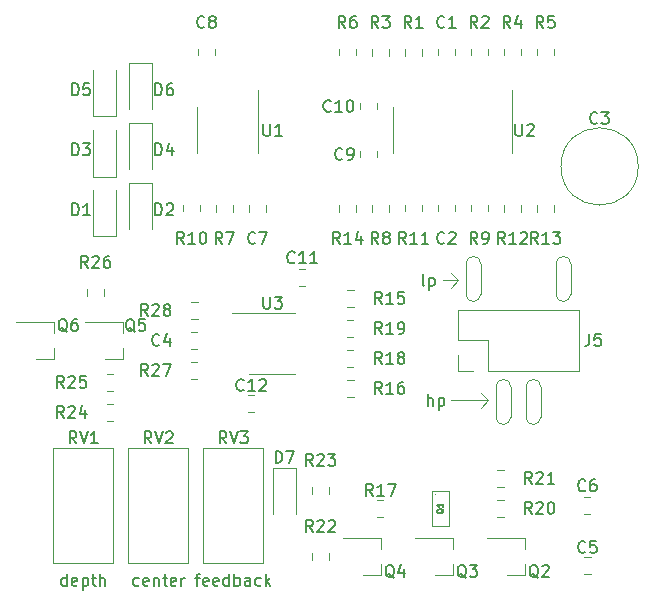
<source format=gbr>
G04 #@! TF.GenerationSoftware,KiCad,Pcbnew,5.1.6-c6e7f7d~87~ubuntu18.04.1*
G04 #@! TF.CreationDate,2020-08-19T17:04:45-04:00*
G04 #@! TF.ProjectId,late_MS20_VCF_plug_in_board,6c617465-5f4d-4533-9230-5f5643465f70,0*
G04 #@! TF.SameCoordinates,Original*
G04 #@! TF.FileFunction,Legend,Top*
G04 #@! TF.FilePolarity,Positive*
%FSLAX46Y46*%
G04 Gerber Fmt 4.6, Leading zero omitted, Abs format (unit mm)*
G04 Created by KiCad (PCBNEW 5.1.6-c6e7f7d~87~ubuntu18.04.1) date 2020-08-19 17:04:45*
%MOMM*%
%LPD*%
G01*
G04 APERTURE LIST*
%ADD10C,0.120000*%
%ADD11C,0.150000*%
%ADD12C,0.125000*%
%ADD13C,0.127000*%
G04 APERTURE END LIST*
D10*
X130810000Y-90170000D02*
X130175000Y-90805000D01*
X130810000Y-90170000D02*
X130175000Y-89535000D01*
X129540000Y-90170000D02*
X130810000Y-90170000D01*
X133350000Y-100330000D02*
X132715000Y-100965000D01*
X133350000Y-100330000D02*
X132715000Y-99695000D01*
X130175000Y-100330000D02*
X133350000Y-100330000D01*
X136525000Y-99187000D02*
G75*
G02*
X137795000Y-99187000I635000J0D01*
G01*
X136525000Y-101727000D02*
X136525000Y-99187000D01*
X137795000Y-101727000D02*
X137795000Y-99187000D01*
X137795000Y-101727000D02*
G75*
G02*
X136525000Y-101727000I-635000J0D01*
G01*
X133985000Y-99187000D02*
G75*
G02*
X135255000Y-99187000I635000J0D01*
G01*
X133985000Y-101727000D02*
X133985000Y-99187000D01*
X135255000Y-101727000D02*
X135255000Y-99187000D01*
X135255000Y-101727000D02*
G75*
G02*
X133985000Y-101727000I-635000J0D01*
G01*
X139065000Y-88773000D02*
G75*
G02*
X140335000Y-88773000I635000J0D01*
G01*
X139065000Y-91313000D02*
X139065000Y-88773000D01*
X140335000Y-91313000D02*
X140335000Y-88773000D01*
X140335000Y-91313000D02*
G75*
G02*
X139065000Y-91313000I-635000J0D01*
G01*
X132715000Y-91313000D02*
X132715000Y-88773000D01*
X132715000Y-91313000D02*
G75*
G02*
X131445000Y-91313000I-635000J0D01*
G01*
X131445000Y-88773000D02*
G75*
G02*
X132715000Y-88773000I635000J0D01*
G01*
X131445000Y-91313000D02*
X131445000Y-88773000D01*
D11*
X127936666Y-90622380D02*
X127841428Y-90574761D01*
X127793809Y-90479523D01*
X127793809Y-89622380D01*
X128317619Y-89955714D02*
X128317619Y-90955714D01*
X128317619Y-90003333D02*
X128412857Y-89955714D01*
X128603333Y-89955714D01*
X128698571Y-90003333D01*
X128746190Y-90050952D01*
X128793809Y-90146190D01*
X128793809Y-90431904D01*
X128746190Y-90527142D01*
X128698571Y-90574761D01*
X128603333Y-90622380D01*
X128412857Y-90622380D01*
X128317619Y-90574761D01*
X128238333Y-100782380D02*
X128238333Y-99782380D01*
X128666904Y-100782380D02*
X128666904Y-100258571D01*
X128619285Y-100163333D01*
X128524047Y-100115714D01*
X128381190Y-100115714D01*
X128285952Y-100163333D01*
X128238333Y-100210952D01*
X129143095Y-100115714D02*
X129143095Y-101115714D01*
X129143095Y-100163333D02*
X129238333Y-100115714D01*
X129428809Y-100115714D01*
X129524047Y-100163333D01*
X129571666Y-100210952D01*
X129619285Y-100306190D01*
X129619285Y-100591904D01*
X129571666Y-100687142D01*
X129524047Y-100734761D01*
X129428809Y-100782380D01*
X129238333Y-100782380D01*
X129143095Y-100734761D01*
X97655238Y-116022380D02*
X97655238Y-115022380D01*
X97655238Y-115974761D02*
X97560000Y-116022380D01*
X97369523Y-116022380D01*
X97274285Y-115974761D01*
X97226666Y-115927142D01*
X97179047Y-115831904D01*
X97179047Y-115546190D01*
X97226666Y-115450952D01*
X97274285Y-115403333D01*
X97369523Y-115355714D01*
X97560000Y-115355714D01*
X97655238Y-115403333D01*
X98512380Y-115974761D02*
X98417142Y-116022380D01*
X98226666Y-116022380D01*
X98131428Y-115974761D01*
X98083809Y-115879523D01*
X98083809Y-115498571D01*
X98131428Y-115403333D01*
X98226666Y-115355714D01*
X98417142Y-115355714D01*
X98512380Y-115403333D01*
X98560000Y-115498571D01*
X98560000Y-115593809D01*
X98083809Y-115689047D01*
X98988571Y-115355714D02*
X98988571Y-116355714D01*
X98988571Y-115403333D02*
X99083809Y-115355714D01*
X99274285Y-115355714D01*
X99369523Y-115403333D01*
X99417142Y-115450952D01*
X99464761Y-115546190D01*
X99464761Y-115831904D01*
X99417142Y-115927142D01*
X99369523Y-115974761D01*
X99274285Y-116022380D01*
X99083809Y-116022380D01*
X98988571Y-115974761D01*
X99750476Y-115355714D02*
X100131428Y-115355714D01*
X99893333Y-115022380D02*
X99893333Y-115879523D01*
X99940952Y-115974761D01*
X100036190Y-116022380D01*
X100131428Y-116022380D01*
X100464761Y-116022380D02*
X100464761Y-115022380D01*
X100893333Y-116022380D02*
X100893333Y-115498571D01*
X100845714Y-115403333D01*
X100750476Y-115355714D01*
X100607619Y-115355714D01*
X100512380Y-115403333D01*
X100464761Y-115450952D01*
X103743333Y-115974761D02*
X103648095Y-116022380D01*
X103457619Y-116022380D01*
X103362380Y-115974761D01*
X103314761Y-115927142D01*
X103267142Y-115831904D01*
X103267142Y-115546190D01*
X103314761Y-115450952D01*
X103362380Y-115403333D01*
X103457619Y-115355714D01*
X103648095Y-115355714D01*
X103743333Y-115403333D01*
X104552857Y-115974761D02*
X104457619Y-116022380D01*
X104267142Y-116022380D01*
X104171904Y-115974761D01*
X104124285Y-115879523D01*
X104124285Y-115498571D01*
X104171904Y-115403333D01*
X104267142Y-115355714D01*
X104457619Y-115355714D01*
X104552857Y-115403333D01*
X104600476Y-115498571D01*
X104600476Y-115593809D01*
X104124285Y-115689047D01*
X105029047Y-115355714D02*
X105029047Y-116022380D01*
X105029047Y-115450952D02*
X105076666Y-115403333D01*
X105171904Y-115355714D01*
X105314761Y-115355714D01*
X105410000Y-115403333D01*
X105457619Y-115498571D01*
X105457619Y-116022380D01*
X105790952Y-115355714D02*
X106171904Y-115355714D01*
X105933809Y-115022380D02*
X105933809Y-115879523D01*
X105981428Y-115974761D01*
X106076666Y-116022380D01*
X106171904Y-116022380D01*
X106886190Y-115974761D02*
X106790952Y-116022380D01*
X106600476Y-116022380D01*
X106505238Y-115974761D01*
X106457619Y-115879523D01*
X106457619Y-115498571D01*
X106505238Y-115403333D01*
X106600476Y-115355714D01*
X106790952Y-115355714D01*
X106886190Y-115403333D01*
X106933809Y-115498571D01*
X106933809Y-115593809D01*
X106457619Y-115689047D01*
X107362380Y-116022380D02*
X107362380Y-115355714D01*
X107362380Y-115546190D02*
X107410000Y-115450952D01*
X107457619Y-115403333D01*
X107552857Y-115355714D01*
X107648095Y-115355714D01*
X108521904Y-115355714D02*
X108902857Y-115355714D01*
X108664761Y-116022380D02*
X108664761Y-115165238D01*
X108712380Y-115070000D01*
X108807619Y-115022380D01*
X108902857Y-115022380D01*
X109617142Y-115974761D02*
X109521904Y-116022380D01*
X109331428Y-116022380D01*
X109236190Y-115974761D01*
X109188571Y-115879523D01*
X109188571Y-115498571D01*
X109236190Y-115403333D01*
X109331428Y-115355714D01*
X109521904Y-115355714D01*
X109617142Y-115403333D01*
X109664761Y-115498571D01*
X109664761Y-115593809D01*
X109188571Y-115689047D01*
X110474285Y-115974761D02*
X110379047Y-116022380D01*
X110188571Y-116022380D01*
X110093333Y-115974761D01*
X110045714Y-115879523D01*
X110045714Y-115498571D01*
X110093333Y-115403333D01*
X110188571Y-115355714D01*
X110379047Y-115355714D01*
X110474285Y-115403333D01*
X110521904Y-115498571D01*
X110521904Y-115593809D01*
X110045714Y-115689047D01*
X111379047Y-116022380D02*
X111379047Y-115022380D01*
X111379047Y-115974761D02*
X111283809Y-116022380D01*
X111093333Y-116022380D01*
X110998095Y-115974761D01*
X110950476Y-115927142D01*
X110902857Y-115831904D01*
X110902857Y-115546190D01*
X110950476Y-115450952D01*
X110998095Y-115403333D01*
X111093333Y-115355714D01*
X111283809Y-115355714D01*
X111379047Y-115403333D01*
X111855238Y-116022380D02*
X111855238Y-115022380D01*
X111855238Y-115403333D02*
X111950476Y-115355714D01*
X112140952Y-115355714D01*
X112236190Y-115403333D01*
X112283809Y-115450952D01*
X112331428Y-115546190D01*
X112331428Y-115831904D01*
X112283809Y-115927142D01*
X112236190Y-115974761D01*
X112140952Y-116022380D01*
X111950476Y-116022380D01*
X111855238Y-115974761D01*
X113188571Y-116022380D02*
X113188571Y-115498571D01*
X113140952Y-115403333D01*
X113045714Y-115355714D01*
X112855238Y-115355714D01*
X112760000Y-115403333D01*
X113188571Y-115974761D02*
X113093333Y-116022380D01*
X112855238Y-116022380D01*
X112760000Y-115974761D01*
X112712380Y-115879523D01*
X112712380Y-115784285D01*
X112760000Y-115689047D01*
X112855238Y-115641428D01*
X113093333Y-115641428D01*
X113188571Y-115593809D01*
X114093333Y-115974761D02*
X113998095Y-116022380D01*
X113807619Y-116022380D01*
X113712380Y-115974761D01*
X113664761Y-115927142D01*
X113617142Y-115831904D01*
X113617142Y-115546190D01*
X113664761Y-115450952D01*
X113712380Y-115403333D01*
X113807619Y-115355714D01*
X113998095Y-115355714D01*
X114093333Y-115403333D01*
X114521904Y-116022380D02*
X114521904Y-115022380D01*
X114617142Y-115641428D02*
X114902857Y-116022380D01*
X114902857Y-115355714D02*
X114521904Y-115736666D01*
D10*
X108728252Y-93420000D02*
X108205748Y-93420000D01*
X108728252Y-92000000D02*
X108205748Y-92000000D01*
X108719252Y-98500000D02*
X108196748Y-98500000D01*
X108719252Y-97080000D02*
X108196748Y-97080000D01*
X99366000Y-91456252D02*
X99366000Y-90933748D01*
X100786000Y-91456252D02*
X100786000Y-90933748D01*
X101075748Y-98096000D02*
X101598252Y-98096000D01*
X101075748Y-99516000D02*
X101598252Y-99516000D01*
X101075748Y-100636000D02*
X101598252Y-100636000D01*
X101075748Y-102056000D02*
X101598252Y-102056000D01*
X120702000Y-84344252D02*
X120702000Y-83821748D01*
X122122000Y-84344252D02*
X122122000Y-83821748D01*
X137466000Y-84344252D02*
X137466000Y-83821748D01*
X138886000Y-84344252D02*
X138886000Y-83821748D01*
X136092000Y-83812748D02*
X136092000Y-84335252D01*
X134672000Y-83812748D02*
X134672000Y-84335252D01*
X126290000Y-84326252D02*
X126290000Y-83803748D01*
X127710000Y-84326252D02*
X127710000Y-83803748D01*
X108914000Y-83803748D02*
X108914000Y-84326252D01*
X107494000Y-83803748D02*
X107494000Y-84326252D01*
X133298000Y-83803748D02*
X133298000Y-84326252D01*
X131878000Y-83803748D02*
X131878000Y-84326252D01*
X123496000Y-84344252D02*
X123496000Y-83821748D01*
X124916000Y-84344252D02*
X124916000Y-83821748D01*
X111708000Y-83821748D02*
X111708000Y-84344252D01*
X110288000Y-83821748D02*
X110288000Y-84344252D01*
X122122000Y-70595748D02*
X122122000Y-71118252D01*
X120702000Y-70595748D02*
X120702000Y-71118252D01*
X138886000Y-70595748D02*
X138886000Y-71118252D01*
X137466000Y-70595748D02*
X137466000Y-71118252D01*
X134672000Y-71118252D02*
X134672000Y-70595748D01*
X136092000Y-71118252D02*
X136092000Y-70595748D01*
X123496000Y-71136252D02*
X123496000Y-70613748D01*
X124916000Y-71136252D02*
X124916000Y-70613748D01*
X131878000Y-71118252D02*
X131878000Y-70595748D01*
X133298000Y-71118252D02*
X133298000Y-70595748D01*
X126290000Y-71136252D02*
X126290000Y-70613748D01*
X127710000Y-71136252D02*
X127710000Y-70613748D01*
X115062000Y-98064000D02*
X117012000Y-98064000D01*
X115062000Y-98064000D02*
X113112000Y-98064000D01*
X115062000Y-92944000D02*
X117012000Y-92944000D01*
X115062000Y-92944000D02*
X111612000Y-92944000D01*
X125242000Y-77470000D02*
X125242000Y-79420000D01*
X125242000Y-77470000D02*
X125242000Y-75520000D01*
X135362000Y-77470000D02*
X135362000Y-79420000D01*
X135362000Y-77470000D02*
X135362000Y-74020000D01*
X108692000Y-77470000D02*
X108692000Y-79420000D01*
X108692000Y-77470000D02*
X108692000Y-75520000D01*
X113812000Y-77470000D02*
X113812000Y-79420000D01*
X113812000Y-77470000D02*
X113812000Y-74020000D01*
X114290000Y-104335000D02*
X114290000Y-114105000D01*
X109220000Y-104335000D02*
X109220000Y-114105000D01*
X114290000Y-104335000D02*
X109220000Y-104335000D01*
X114290000Y-114105000D02*
X109220000Y-114105000D01*
X107940000Y-104335000D02*
X107940000Y-114105000D01*
X102870000Y-104335000D02*
X102870000Y-114105000D01*
X107940000Y-104335000D02*
X102870000Y-104335000D01*
X107940000Y-114105000D02*
X102870000Y-114105000D01*
X101590000Y-104335000D02*
X101590000Y-114105000D01*
X96520000Y-104335000D02*
X96520000Y-114105000D01*
X101590000Y-104335000D02*
X96520000Y-104335000D01*
X101590000Y-114105000D02*
X96520000Y-114105000D01*
X118416000Y-108220252D02*
X118416000Y-107697748D01*
X119836000Y-108220252D02*
X119836000Y-107697748D01*
X118416000Y-113808252D02*
X118416000Y-113285748D01*
X119836000Y-113808252D02*
X119836000Y-113285748D01*
X134636252Y-107644000D02*
X134113748Y-107644000D01*
X134636252Y-106224000D02*
X134113748Y-106224000D01*
X134636252Y-110184000D02*
X134113748Y-110184000D01*
X134636252Y-108764000D02*
X134113748Y-108764000D01*
X121395748Y-93524000D02*
X121918252Y-93524000D01*
X121395748Y-94944000D02*
X121918252Y-94944000D01*
X121395748Y-96064000D02*
X121918252Y-96064000D01*
X121395748Y-97484000D02*
X121918252Y-97484000D01*
X123935748Y-108764000D02*
X124458252Y-108764000D01*
X123935748Y-110184000D02*
X124458252Y-110184000D01*
X121936252Y-100024000D02*
X121413748Y-100024000D01*
X121936252Y-98604000D02*
X121413748Y-98604000D01*
X121413748Y-90984000D02*
X121936252Y-90984000D01*
X121413748Y-92404000D02*
X121936252Y-92404000D01*
X96542000Y-96830000D02*
X96542000Y-95900000D01*
X96542000Y-93670000D02*
X96542000Y-94600000D01*
X96542000Y-93670000D02*
X93382000Y-93670000D01*
X96542000Y-96830000D02*
X95082000Y-96830000D01*
X102384000Y-96830000D02*
X102384000Y-95900000D01*
X102384000Y-93670000D02*
X102384000Y-94600000D01*
X102384000Y-93670000D02*
X99224000Y-93670000D01*
X102384000Y-96830000D02*
X100924000Y-96830000D01*
X124228000Y-115118000D02*
X124228000Y-114188000D01*
X124228000Y-111958000D02*
X124228000Y-112888000D01*
X124228000Y-111958000D02*
X121068000Y-111958000D01*
X124228000Y-115118000D02*
X122768000Y-115118000D01*
X130324000Y-115118000D02*
X130324000Y-114188000D01*
X130324000Y-111958000D02*
X130324000Y-112888000D01*
X130324000Y-111958000D02*
X127164000Y-111958000D01*
X130324000Y-115118000D02*
X128864000Y-115118000D01*
X136420000Y-115118000D02*
X136420000Y-114188000D01*
X136420000Y-111958000D02*
X136420000Y-112888000D01*
X136420000Y-111958000D02*
X133260000Y-111958000D01*
X136420000Y-115118000D02*
X134960000Y-115118000D01*
D12*
X128886000Y-108324000D02*
G75*
G03*
X128886000Y-108324000I-50000J0D01*
G01*
X130036000Y-108024000D02*
X130036000Y-110924000D01*
X130036000Y-110924000D02*
X128536000Y-110924000D01*
X128536000Y-110924000D02*
X128536000Y-108024000D01*
X128536000Y-108024000D02*
X130036000Y-108024000D01*
D10*
X141030000Y-97850000D02*
X141030000Y-92650000D01*
X133350000Y-97850000D02*
X141030000Y-97850000D01*
X130750000Y-92650000D02*
X141030000Y-92650000D01*
X133350000Y-97850000D02*
X133350000Y-95250000D01*
X133350000Y-95250000D02*
X130750000Y-95250000D01*
X130750000Y-95250000D02*
X130750000Y-92650000D01*
X132080000Y-97850000D02*
X130750000Y-97850000D01*
X130750000Y-97850000D02*
X130750000Y-96520000D01*
X117078000Y-106082000D02*
X115078000Y-106082000D01*
X115078000Y-106082000D02*
X115078000Y-109982000D01*
X117078000Y-106082000D02*
X117078000Y-109982000D01*
X104886000Y-71792000D02*
X102886000Y-71792000D01*
X102886000Y-71792000D02*
X102886000Y-75692000D01*
X104886000Y-71792000D02*
X104886000Y-75692000D01*
X99838000Y-76290000D02*
X101838000Y-76290000D01*
X101838000Y-76290000D02*
X101838000Y-72390000D01*
X99838000Y-76290000D02*
X99838000Y-72390000D01*
X104886000Y-76872000D02*
X102886000Y-76872000D01*
X102886000Y-76872000D02*
X102886000Y-80772000D01*
X104886000Y-76872000D02*
X104886000Y-80772000D01*
X99838000Y-81372000D02*
X101838000Y-81372000D01*
X101838000Y-81372000D02*
X101838000Y-77472000D01*
X99838000Y-81372000D02*
X99838000Y-77472000D01*
X104886000Y-81952000D02*
X102886000Y-81952000D01*
X102886000Y-81952000D02*
X102886000Y-85852000D01*
X104886000Y-81952000D02*
X104886000Y-85852000D01*
X99838000Y-86450000D02*
X101838000Y-86450000D01*
X101838000Y-86450000D02*
X101838000Y-82550000D01*
X99838000Y-86450000D02*
X99838000Y-82550000D01*
X113013748Y-99874000D02*
X113536252Y-99874000D01*
X113013748Y-101294000D02*
X113536252Y-101294000D01*
X117331748Y-89206000D02*
X117854252Y-89206000D01*
X117331748Y-90626000D02*
X117854252Y-90626000D01*
X123900000Y-75167748D02*
X123900000Y-75690252D01*
X122480000Y-75167748D02*
X122480000Y-75690252D01*
X123900000Y-79231748D02*
X123900000Y-79754252D01*
X122480000Y-79231748D02*
X122480000Y-79754252D01*
X110184000Y-70595748D02*
X110184000Y-71118252D01*
X108764000Y-70595748D02*
X108764000Y-71118252D01*
X114502000Y-83812748D02*
X114502000Y-84335252D01*
X113082000Y-83812748D02*
X113082000Y-84335252D01*
X141461748Y-108510000D02*
X141984252Y-108510000D01*
X141461748Y-109930000D02*
X141984252Y-109930000D01*
X142002252Y-115010000D02*
X141479748Y-115010000D01*
X142002252Y-113590000D02*
X141479748Y-113590000D01*
X108187748Y-94540000D02*
X108710252Y-94540000D01*
X108187748Y-95960000D02*
X108710252Y-95960000D01*
X146038000Y-80518000D02*
G75*
G03*
X146038000Y-80518000I-3270000J0D01*
G01*
X130504000Y-83803748D02*
X130504000Y-84326252D01*
X129084000Y-83803748D02*
X129084000Y-84326252D01*
X129084000Y-71118252D02*
X129084000Y-70595748D01*
X130504000Y-71118252D02*
X130504000Y-70595748D01*
D11*
X104513142Y-93162380D02*
X104179809Y-92686190D01*
X103941714Y-93162380D02*
X103941714Y-92162380D01*
X104322666Y-92162380D01*
X104417904Y-92210000D01*
X104465523Y-92257619D01*
X104513142Y-92352857D01*
X104513142Y-92495714D01*
X104465523Y-92590952D01*
X104417904Y-92638571D01*
X104322666Y-92686190D01*
X103941714Y-92686190D01*
X104894095Y-92257619D02*
X104941714Y-92210000D01*
X105036952Y-92162380D01*
X105275047Y-92162380D01*
X105370285Y-92210000D01*
X105417904Y-92257619D01*
X105465523Y-92352857D01*
X105465523Y-92448095D01*
X105417904Y-92590952D01*
X104846476Y-93162380D01*
X105465523Y-93162380D01*
X106036952Y-92590952D02*
X105941714Y-92543333D01*
X105894095Y-92495714D01*
X105846476Y-92400476D01*
X105846476Y-92352857D01*
X105894095Y-92257619D01*
X105941714Y-92210000D01*
X106036952Y-92162380D01*
X106227428Y-92162380D01*
X106322666Y-92210000D01*
X106370285Y-92257619D01*
X106417904Y-92352857D01*
X106417904Y-92400476D01*
X106370285Y-92495714D01*
X106322666Y-92543333D01*
X106227428Y-92590952D01*
X106036952Y-92590952D01*
X105941714Y-92638571D01*
X105894095Y-92686190D01*
X105846476Y-92781428D01*
X105846476Y-92971904D01*
X105894095Y-93067142D01*
X105941714Y-93114761D01*
X106036952Y-93162380D01*
X106227428Y-93162380D01*
X106322666Y-93114761D01*
X106370285Y-93067142D01*
X106417904Y-92971904D01*
X106417904Y-92781428D01*
X106370285Y-92686190D01*
X106322666Y-92638571D01*
X106227428Y-92590952D01*
X104513142Y-98242380D02*
X104179809Y-97766190D01*
X103941714Y-98242380D02*
X103941714Y-97242380D01*
X104322666Y-97242380D01*
X104417904Y-97290000D01*
X104465523Y-97337619D01*
X104513142Y-97432857D01*
X104513142Y-97575714D01*
X104465523Y-97670952D01*
X104417904Y-97718571D01*
X104322666Y-97766190D01*
X103941714Y-97766190D01*
X104894095Y-97337619D02*
X104941714Y-97290000D01*
X105036952Y-97242380D01*
X105275047Y-97242380D01*
X105370285Y-97290000D01*
X105417904Y-97337619D01*
X105465523Y-97432857D01*
X105465523Y-97528095D01*
X105417904Y-97670952D01*
X104846476Y-98242380D01*
X105465523Y-98242380D01*
X105798857Y-97242380D02*
X106465523Y-97242380D01*
X106036952Y-98242380D01*
X99433142Y-89098380D02*
X99099809Y-88622190D01*
X98861714Y-89098380D02*
X98861714Y-88098380D01*
X99242666Y-88098380D01*
X99337904Y-88146000D01*
X99385523Y-88193619D01*
X99433142Y-88288857D01*
X99433142Y-88431714D01*
X99385523Y-88526952D01*
X99337904Y-88574571D01*
X99242666Y-88622190D01*
X98861714Y-88622190D01*
X99814095Y-88193619D02*
X99861714Y-88146000D01*
X99956952Y-88098380D01*
X100195047Y-88098380D01*
X100290285Y-88146000D01*
X100337904Y-88193619D01*
X100385523Y-88288857D01*
X100385523Y-88384095D01*
X100337904Y-88526952D01*
X99766476Y-89098380D01*
X100385523Y-89098380D01*
X101242666Y-88098380D02*
X101052190Y-88098380D01*
X100956952Y-88146000D01*
X100909333Y-88193619D01*
X100814095Y-88336476D01*
X100766476Y-88526952D01*
X100766476Y-88907904D01*
X100814095Y-89003142D01*
X100861714Y-89050761D01*
X100956952Y-89098380D01*
X101147428Y-89098380D01*
X101242666Y-89050761D01*
X101290285Y-89003142D01*
X101337904Y-88907904D01*
X101337904Y-88669809D01*
X101290285Y-88574571D01*
X101242666Y-88526952D01*
X101147428Y-88479333D01*
X100956952Y-88479333D01*
X100861714Y-88526952D01*
X100814095Y-88574571D01*
X100766476Y-88669809D01*
X97401142Y-99258380D02*
X97067809Y-98782190D01*
X96829714Y-99258380D02*
X96829714Y-98258380D01*
X97210666Y-98258380D01*
X97305904Y-98306000D01*
X97353523Y-98353619D01*
X97401142Y-98448857D01*
X97401142Y-98591714D01*
X97353523Y-98686952D01*
X97305904Y-98734571D01*
X97210666Y-98782190D01*
X96829714Y-98782190D01*
X97782095Y-98353619D02*
X97829714Y-98306000D01*
X97924952Y-98258380D01*
X98163047Y-98258380D01*
X98258285Y-98306000D01*
X98305904Y-98353619D01*
X98353523Y-98448857D01*
X98353523Y-98544095D01*
X98305904Y-98686952D01*
X97734476Y-99258380D01*
X98353523Y-99258380D01*
X99258285Y-98258380D02*
X98782095Y-98258380D01*
X98734476Y-98734571D01*
X98782095Y-98686952D01*
X98877333Y-98639333D01*
X99115428Y-98639333D01*
X99210666Y-98686952D01*
X99258285Y-98734571D01*
X99305904Y-98829809D01*
X99305904Y-99067904D01*
X99258285Y-99163142D01*
X99210666Y-99210761D01*
X99115428Y-99258380D01*
X98877333Y-99258380D01*
X98782095Y-99210761D01*
X98734476Y-99163142D01*
X97401142Y-101798380D02*
X97067809Y-101322190D01*
X96829714Y-101798380D02*
X96829714Y-100798380D01*
X97210666Y-100798380D01*
X97305904Y-100846000D01*
X97353523Y-100893619D01*
X97401142Y-100988857D01*
X97401142Y-101131714D01*
X97353523Y-101226952D01*
X97305904Y-101274571D01*
X97210666Y-101322190D01*
X96829714Y-101322190D01*
X97782095Y-100893619D02*
X97829714Y-100846000D01*
X97924952Y-100798380D01*
X98163047Y-100798380D01*
X98258285Y-100846000D01*
X98305904Y-100893619D01*
X98353523Y-100988857D01*
X98353523Y-101084095D01*
X98305904Y-101226952D01*
X97734476Y-101798380D01*
X98353523Y-101798380D01*
X99210666Y-101131714D02*
X99210666Y-101798380D01*
X98972571Y-100750761D02*
X98734476Y-101465047D01*
X99353523Y-101465047D01*
X120769142Y-87066380D02*
X120435809Y-86590190D01*
X120197714Y-87066380D02*
X120197714Y-86066380D01*
X120578666Y-86066380D01*
X120673904Y-86114000D01*
X120721523Y-86161619D01*
X120769142Y-86256857D01*
X120769142Y-86399714D01*
X120721523Y-86494952D01*
X120673904Y-86542571D01*
X120578666Y-86590190D01*
X120197714Y-86590190D01*
X121721523Y-87066380D02*
X121150095Y-87066380D01*
X121435809Y-87066380D02*
X121435809Y-86066380D01*
X121340571Y-86209238D01*
X121245333Y-86304476D01*
X121150095Y-86352095D01*
X122578666Y-86399714D02*
X122578666Y-87066380D01*
X122340571Y-86018761D02*
X122102476Y-86733047D01*
X122721523Y-86733047D01*
X137533142Y-87066380D02*
X137199809Y-86590190D01*
X136961714Y-87066380D02*
X136961714Y-86066380D01*
X137342666Y-86066380D01*
X137437904Y-86114000D01*
X137485523Y-86161619D01*
X137533142Y-86256857D01*
X137533142Y-86399714D01*
X137485523Y-86494952D01*
X137437904Y-86542571D01*
X137342666Y-86590190D01*
X136961714Y-86590190D01*
X138485523Y-87066380D02*
X137914095Y-87066380D01*
X138199809Y-87066380D02*
X138199809Y-86066380D01*
X138104571Y-86209238D01*
X138009333Y-86304476D01*
X137914095Y-86352095D01*
X138818857Y-86066380D02*
X139437904Y-86066380D01*
X139104571Y-86447333D01*
X139247428Y-86447333D01*
X139342666Y-86494952D01*
X139390285Y-86542571D01*
X139437904Y-86637809D01*
X139437904Y-86875904D01*
X139390285Y-86971142D01*
X139342666Y-87018761D01*
X139247428Y-87066380D01*
X138961714Y-87066380D01*
X138866476Y-87018761D01*
X138818857Y-86971142D01*
X134739142Y-87066380D02*
X134405809Y-86590190D01*
X134167714Y-87066380D02*
X134167714Y-86066380D01*
X134548666Y-86066380D01*
X134643904Y-86114000D01*
X134691523Y-86161619D01*
X134739142Y-86256857D01*
X134739142Y-86399714D01*
X134691523Y-86494952D01*
X134643904Y-86542571D01*
X134548666Y-86590190D01*
X134167714Y-86590190D01*
X135691523Y-87066380D02*
X135120095Y-87066380D01*
X135405809Y-87066380D02*
X135405809Y-86066380D01*
X135310571Y-86209238D01*
X135215333Y-86304476D01*
X135120095Y-86352095D01*
X136072476Y-86161619D02*
X136120095Y-86114000D01*
X136215333Y-86066380D01*
X136453428Y-86066380D01*
X136548666Y-86114000D01*
X136596285Y-86161619D01*
X136643904Y-86256857D01*
X136643904Y-86352095D01*
X136596285Y-86494952D01*
X136024857Y-87066380D01*
X136643904Y-87066380D01*
X126357142Y-87066380D02*
X126023809Y-86590190D01*
X125785714Y-87066380D02*
X125785714Y-86066380D01*
X126166666Y-86066380D01*
X126261904Y-86114000D01*
X126309523Y-86161619D01*
X126357142Y-86256857D01*
X126357142Y-86399714D01*
X126309523Y-86494952D01*
X126261904Y-86542571D01*
X126166666Y-86590190D01*
X125785714Y-86590190D01*
X127309523Y-87066380D02*
X126738095Y-87066380D01*
X127023809Y-87066380D02*
X127023809Y-86066380D01*
X126928571Y-86209238D01*
X126833333Y-86304476D01*
X126738095Y-86352095D01*
X128261904Y-87066380D02*
X127690476Y-87066380D01*
X127976190Y-87066380D02*
X127976190Y-86066380D01*
X127880952Y-86209238D01*
X127785714Y-86304476D01*
X127690476Y-86352095D01*
X107561142Y-87066380D02*
X107227809Y-86590190D01*
X106989714Y-87066380D02*
X106989714Y-86066380D01*
X107370666Y-86066380D01*
X107465904Y-86114000D01*
X107513523Y-86161619D01*
X107561142Y-86256857D01*
X107561142Y-86399714D01*
X107513523Y-86494952D01*
X107465904Y-86542571D01*
X107370666Y-86590190D01*
X106989714Y-86590190D01*
X108513523Y-87066380D02*
X107942095Y-87066380D01*
X108227809Y-87066380D02*
X108227809Y-86066380D01*
X108132571Y-86209238D01*
X108037333Y-86304476D01*
X107942095Y-86352095D01*
X109132571Y-86066380D02*
X109227809Y-86066380D01*
X109323047Y-86114000D01*
X109370666Y-86161619D01*
X109418285Y-86256857D01*
X109465904Y-86447333D01*
X109465904Y-86685428D01*
X109418285Y-86875904D01*
X109370666Y-86971142D01*
X109323047Y-87018761D01*
X109227809Y-87066380D01*
X109132571Y-87066380D01*
X109037333Y-87018761D01*
X108989714Y-86971142D01*
X108942095Y-86875904D01*
X108894476Y-86685428D01*
X108894476Y-86447333D01*
X108942095Y-86256857D01*
X108989714Y-86161619D01*
X109037333Y-86114000D01*
X109132571Y-86066380D01*
X132421333Y-87066380D02*
X132088000Y-86590190D01*
X131849904Y-87066380D02*
X131849904Y-86066380D01*
X132230857Y-86066380D01*
X132326095Y-86114000D01*
X132373714Y-86161619D01*
X132421333Y-86256857D01*
X132421333Y-86399714D01*
X132373714Y-86494952D01*
X132326095Y-86542571D01*
X132230857Y-86590190D01*
X131849904Y-86590190D01*
X132897523Y-87066380D02*
X133088000Y-87066380D01*
X133183238Y-87018761D01*
X133230857Y-86971142D01*
X133326095Y-86828285D01*
X133373714Y-86637809D01*
X133373714Y-86256857D01*
X133326095Y-86161619D01*
X133278476Y-86114000D01*
X133183238Y-86066380D01*
X132992761Y-86066380D01*
X132897523Y-86114000D01*
X132849904Y-86161619D01*
X132802285Y-86256857D01*
X132802285Y-86494952D01*
X132849904Y-86590190D01*
X132897523Y-86637809D01*
X132992761Y-86685428D01*
X133183238Y-86685428D01*
X133278476Y-86637809D01*
X133326095Y-86590190D01*
X133373714Y-86494952D01*
X124039333Y-87066380D02*
X123706000Y-86590190D01*
X123467904Y-87066380D02*
X123467904Y-86066380D01*
X123848857Y-86066380D01*
X123944095Y-86114000D01*
X123991714Y-86161619D01*
X124039333Y-86256857D01*
X124039333Y-86399714D01*
X123991714Y-86494952D01*
X123944095Y-86542571D01*
X123848857Y-86590190D01*
X123467904Y-86590190D01*
X124610761Y-86494952D02*
X124515523Y-86447333D01*
X124467904Y-86399714D01*
X124420285Y-86304476D01*
X124420285Y-86256857D01*
X124467904Y-86161619D01*
X124515523Y-86114000D01*
X124610761Y-86066380D01*
X124801238Y-86066380D01*
X124896476Y-86114000D01*
X124944095Y-86161619D01*
X124991714Y-86256857D01*
X124991714Y-86304476D01*
X124944095Y-86399714D01*
X124896476Y-86447333D01*
X124801238Y-86494952D01*
X124610761Y-86494952D01*
X124515523Y-86542571D01*
X124467904Y-86590190D01*
X124420285Y-86685428D01*
X124420285Y-86875904D01*
X124467904Y-86971142D01*
X124515523Y-87018761D01*
X124610761Y-87066380D01*
X124801238Y-87066380D01*
X124896476Y-87018761D01*
X124944095Y-86971142D01*
X124991714Y-86875904D01*
X124991714Y-86685428D01*
X124944095Y-86590190D01*
X124896476Y-86542571D01*
X124801238Y-86494952D01*
X110831333Y-87066380D02*
X110498000Y-86590190D01*
X110259904Y-87066380D02*
X110259904Y-86066380D01*
X110640857Y-86066380D01*
X110736095Y-86114000D01*
X110783714Y-86161619D01*
X110831333Y-86256857D01*
X110831333Y-86399714D01*
X110783714Y-86494952D01*
X110736095Y-86542571D01*
X110640857Y-86590190D01*
X110259904Y-86590190D01*
X111164666Y-86066380D02*
X111831333Y-86066380D01*
X111402761Y-87066380D01*
X121245333Y-68778380D02*
X120912000Y-68302190D01*
X120673904Y-68778380D02*
X120673904Y-67778380D01*
X121054857Y-67778380D01*
X121150095Y-67826000D01*
X121197714Y-67873619D01*
X121245333Y-67968857D01*
X121245333Y-68111714D01*
X121197714Y-68206952D01*
X121150095Y-68254571D01*
X121054857Y-68302190D01*
X120673904Y-68302190D01*
X122102476Y-67778380D02*
X121912000Y-67778380D01*
X121816761Y-67826000D01*
X121769142Y-67873619D01*
X121673904Y-68016476D01*
X121626285Y-68206952D01*
X121626285Y-68587904D01*
X121673904Y-68683142D01*
X121721523Y-68730761D01*
X121816761Y-68778380D01*
X122007238Y-68778380D01*
X122102476Y-68730761D01*
X122150095Y-68683142D01*
X122197714Y-68587904D01*
X122197714Y-68349809D01*
X122150095Y-68254571D01*
X122102476Y-68206952D01*
X122007238Y-68159333D01*
X121816761Y-68159333D01*
X121721523Y-68206952D01*
X121673904Y-68254571D01*
X121626285Y-68349809D01*
X138009333Y-68778380D02*
X137676000Y-68302190D01*
X137437904Y-68778380D02*
X137437904Y-67778380D01*
X137818857Y-67778380D01*
X137914095Y-67826000D01*
X137961714Y-67873619D01*
X138009333Y-67968857D01*
X138009333Y-68111714D01*
X137961714Y-68206952D01*
X137914095Y-68254571D01*
X137818857Y-68302190D01*
X137437904Y-68302190D01*
X138914095Y-67778380D02*
X138437904Y-67778380D01*
X138390285Y-68254571D01*
X138437904Y-68206952D01*
X138533142Y-68159333D01*
X138771238Y-68159333D01*
X138866476Y-68206952D01*
X138914095Y-68254571D01*
X138961714Y-68349809D01*
X138961714Y-68587904D01*
X138914095Y-68683142D01*
X138866476Y-68730761D01*
X138771238Y-68778380D01*
X138533142Y-68778380D01*
X138437904Y-68730761D01*
X138390285Y-68683142D01*
X135215333Y-68778380D02*
X134882000Y-68302190D01*
X134643904Y-68778380D02*
X134643904Y-67778380D01*
X135024857Y-67778380D01*
X135120095Y-67826000D01*
X135167714Y-67873619D01*
X135215333Y-67968857D01*
X135215333Y-68111714D01*
X135167714Y-68206952D01*
X135120095Y-68254571D01*
X135024857Y-68302190D01*
X134643904Y-68302190D01*
X136072476Y-68111714D02*
X136072476Y-68778380D01*
X135834380Y-67730761D02*
X135596285Y-68445047D01*
X136215333Y-68445047D01*
X124039333Y-68778380D02*
X123706000Y-68302190D01*
X123467904Y-68778380D02*
X123467904Y-67778380D01*
X123848857Y-67778380D01*
X123944095Y-67826000D01*
X123991714Y-67873619D01*
X124039333Y-67968857D01*
X124039333Y-68111714D01*
X123991714Y-68206952D01*
X123944095Y-68254571D01*
X123848857Y-68302190D01*
X123467904Y-68302190D01*
X124372666Y-67778380D02*
X124991714Y-67778380D01*
X124658380Y-68159333D01*
X124801238Y-68159333D01*
X124896476Y-68206952D01*
X124944095Y-68254571D01*
X124991714Y-68349809D01*
X124991714Y-68587904D01*
X124944095Y-68683142D01*
X124896476Y-68730761D01*
X124801238Y-68778380D01*
X124515523Y-68778380D01*
X124420285Y-68730761D01*
X124372666Y-68683142D01*
X132421333Y-68778380D02*
X132088000Y-68302190D01*
X131849904Y-68778380D02*
X131849904Y-67778380D01*
X132230857Y-67778380D01*
X132326095Y-67826000D01*
X132373714Y-67873619D01*
X132421333Y-67968857D01*
X132421333Y-68111714D01*
X132373714Y-68206952D01*
X132326095Y-68254571D01*
X132230857Y-68302190D01*
X131849904Y-68302190D01*
X132802285Y-67873619D02*
X132849904Y-67826000D01*
X132945142Y-67778380D01*
X133183238Y-67778380D01*
X133278476Y-67826000D01*
X133326095Y-67873619D01*
X133373714Y-67968857D01*
X133373714Y-68064095D01*
X133326095Y-68206952D01*
X132754666Y-68778380D01*
X133373714Y-68778380D01*
X126833333Y-68778380D02*
X126500000Y-68302190D01*
X126261904Y-68778380D02*
X126261904Y-67778380D01*
X126642857Y-67778380D01*
X126738095Y-67826000D01*
X126785714Y-67873619D01*
X126833333Y-67968857D01*
X126833333Y-68111714D01*
X126785714Y-68206952D01*
X126738095Y-68254571D01*
X126642857Y-68302190D01*
X126261904Y-68302190D01*
X127785714Y-68778380D02*
X127214285Y-68778380D01*
X127500000Y-68778380D02*
X127500000Y-67778380D01*
X127404761Y-67921238D01*
X127309523Y-68016476D01*
X127214285Y-68064095D01*
X114300095Y-91556380D02*
X114300095Y-92365904D01*
X114347714Y-92461142D01*
X114395333Y-92508761D01*
X114490571Y-92556380D01*
X114681047Y-92556380D01*
X114776285Y-92508761D01*
X114823904Y-92461142D01*
X114871523Y-92365904D01*
X114871523Y-91556380D01*
X115252476Y-91556380D02*
X115871523Y-91556380D01*
X115538190Y-91937333D01*
X115681047Y-91937333D01*
X115776285Y-91984952D01*
X115823904Y-92032571D01*
X115871523Y-92127809D01*
X115871523Y-92365904D01*
X115823904Y-92461142D01*
X115776285Y-92508761D01*
X115681047Y-92556380D01*
X115395333Y-92556380D01*
X115300095Y-92508761D01*
X115252476Y-92461142D01*
X135636095Y-76922380D02*
X135636095Y-77731904D01*
X135683714Y-77827142D01*
X135731333Y-77874761D01*
X135826571Y-77922380D01*
X136017047Y-77922380D01*
X136112285Y-77874761D01*
X136159904Y-77827142D01*
X136207523Y-77731904D01*
X136207523Y-76922380D01*
X136636095Y-77017619D02*
X136683714Y-76970000D01*
X136778952Y-76922380D01*
X137017047Y-76922380D01*
X137112285Y-76970000D01*
X137159904Y-77017619D01*
X137207523Y-77112857D01*
X137207523Y-77208095D01*
X137159904Y-77350952D01*
X136588476Y-77922380D01*
X137207523Y-77922380D01*
X114300095Y-76922380D02*
X114300095Y-77731904D01*
X114347714Y-77827142D01*
X114395333Y-77874761D01*
X114490571Y-77922380D01*
X114681047Y-77922380D01*
X114776285Y-77874761D01*
X114823904Y-77827142D01*
X114871523Y-77731904D01*
X114871523Y-76922380D01*
X115871523Y-77922380D02*
X115300095Y-77922380D01*
X115585809Y-77922380D02*
X115585809Y-76922380D01*
X115490571Y-77065238D01*
X115395333Y-77160476D01*
X115300095Y-77208095D01*
X111164761Y-103957380D02*
X110831428Y-103481190D01*
X110593333Y-103957380D02*
X110593333Y-102957380D01*
X110974285Y-102957380D01*
X111069523Y-103005000D01*
X111117142Y-103052619D01*
X111164761Y-103147857D01*
X111164761Y-103290714D01*
X111117142Y-103385952D01*
X111069523Y-103433571D01*
X110974285Y-103481190D01*
X110593333Y-103481190D01*
X111450476Y-102957380D02*
X111783809Y-103957380D01*
X112117142Y-102957380D01*
X112355238Y-102957380D02*
X112974285Y-102957380D01*
X112640952Y-103338333D01*
X112783809Y-103338333D01*
X112879047Y-103385952D01*
X112926666Y-103433571D01*
X112974285Y-103528809D01*
X112974285Y-103766904D01*
X112926666Y-103862142D01*
X112879047Y-103909761D01*
X112783809Y-103957380D01*
X112498095Y-103957380D01*
X112402857Y-103909761D01*
X112355238Y-103862142D01*
X104814761Y-103957380D02*
X104481428Y-103481190D01*
X104243333Y-103957380D02*
X104243333Y-102957380D01*
X104624285Y-102957380D01*
X104719523Y-103005000D01*
X104767142Y-103052619D01*
X104814761Y-103147857D01*
X104814761Y-103290714D01*
X104767142Y-103385952D01*
X104719523Y-103433571D01*
X104624285Y-103481190D01*
X104243333Y-103481190D01*
X105100476Y-102957380D02*
X105433809Y-103957380D01*
X105767142Y-102957380D01*
X106052857Y-103052619D02*
X106100476Y-103005000D01*
X106195714Y-102957380D01*
X106433809Y-102957380D01*
X106529047Y-103005000D01*
X106576666Y-103052619D01*
X106624285Y-103147857D01*
X106624285Y-103243095D01*
X106576666Y-103385952D01*
X106005238Y-103957380D01*
X106624285Y-103957380D01*
X98464761Y-103957380D02*
X98131428Y-103481190D01*
X97893333Y-103957380D02*
X97893333Y-102957380D01*
X98274285Y-102957380D01*
X98369523Y-103005000D01*
X98417142Y-103052619D01*
X98464761Y-103147857D01*
X98464761Y-103290714D01*
X98417142Y-103385952D01*
X98369523Y-103433571D01*
X98274285Y-103481190D01*
X97893333Y-103481190D01*
X98750476Y-102957380D02*
X99083809Y-103957380D01*
X99417142Y-102957380D01*
X100274285Y-103957380D02*
X99702857Y-103957380D01*
X99988571Y-103957380D02*
X99988571Y-102957380D01*
X99893333Y-103100238D01*
X99798095Y-103195476D01*
X99702857Y-103243095D01*
X118483142Y-105862380D02*
X118149809Y-105386190D01*
X117911714Y-105862380D02*
X117911714Y-104862380D01*
X118292666Y-104862380D01*
X118387904Y-104910000D01*
X118435523Y-104957619D01*
X118483142Y-105052857D01*
X118483142Y-105195714D01*
X118435523Y-105290952D01*
X118387904Y-105338571D01*
X118292666Y-105386190D01*
X117911714Y-105386190D01*
X118864095Y-104957619D02*
X118911714Y-104910000D01*
X119006952Y-104862380D01*
X119245047Y-104862380D01*
X119340285Y-104910000D01*
X119387904Y-104957619D01*
X119435523Y-105052857D01*
X119435523Y-105148095D01*
X119387904Y-105290952D01*
X118816476Y-105862380D01*
X119435523Y-105862380D01*
X119768857Y-104862380D02*
X120387904Y-104862380D01*
X120054571Y-105243333D01*
X120197428Y-105243333D01*
X120292666Y-105290952D01*
X120340285Y-105338571D01*
X120387904Y-105433809D01*
X120387904Y-105671904D01*
X120340285Y-105767142D01*
X120292666Y-105814761D01*
X120197428Y-105862380D01*
X119911714Y-105862380D01*
X119816476Y-105814761D01*
X119768857Y-105767142D01*
X118483142Y-111450380D02*
X118149809Y-110974190D01*
X117911714Y-111450380D02*
X117911714Y-110450380D01*
X118292666Y-110450380D01*
X118387904Y-110498000D01*
X118435523Y-110545619D01*
X118483142Y-110640857D01*
X118483142Y-110783714D01*
X118435523Y-110878952D01*
X118387904Y-110926571D01*
X118292666Y-110974190D01*
X117911714Y-110974190D01*
X118864095Y-110545619D02*
X118911714Y-110498000D01*
X119006952Y-110450380D01*
X119245047Y-110450380D01*
X119340285Y-110498000D01*
X119387904Y-110545619D01*
X119435523Y-110640857D01*
X119435523Y-110736095D01*
X119387904Y-110878952D01*
X118816476Y-111450380D01*
X119435523Y-111450380D01*
X119816476Y-110545619D02*
X119864095Y-110498000D01*
X119959333Y-110450380D01*
X120197428Y-110450380D01*
X120292666Y-110498000D01*
X120340285Y-110545619D01*
X120387904Y-110640857D01*
X120387904Y-110736095D01*
X120340285Y-110878952D01*
X119768857Y-111450380D01*
X120387904Y-111450380D01*
X137025142Y-107386380D02*
X136691809Y-106910190D01*
X136453714Y-107386380D02*
X136453714Y-106386380D01*
X136834666Y-106386380D01*
X136929904Y-106434000D01*
X136977523Y-106481619D01*
X137025142Y-106576857D01*
X137025142Y-106719714D01*
X136977523Y-106814952D01*
X136929904Y-106862571D01*
X136834666Y-106910190D01*
X136453714Y-106910190D01*
X137406095Y-106481619D02*
X137453714Y-106434000D01*
X137548952Y-106386380D01*
X137787047Y-106386380D01*
X137882285Y-106434000D01*
X137929904Y-106481619D01*
X137977523Y-106576857D01*
X137977523Y-106672095D01*
X137929904Y-106814952D01*
X137358476Y-107386380D01*
X137977523Y-107386380D01*
X138929904Y-107386380D02*
X138358476Y-107386380D01*
X138644190Y-107386380D02*
X138644190Y-106386380D01*
X138548952Y-106529238D01*
X138453714Y-106624476D01*
X138358476Y-106672095D01*
X137025142Y-109926380D02*
X136691809Y-109450190D01*
X136453714Y-109926380D02*
X136453714Y-108926380D01*
X136834666Y-108926380D01*
X136929904Y-108974000D01*
X136977523Y-109021619D01*
X137025142Y-109116857D01*
X137025142Y-109259714D01*
X136977523Y-109354952D01*
X136929904Y-109402571D01*
X136834666Y-109450190D01*
X136453714Y-109450190D01*
X137406095Y-109021619D02*
X137453714Y-108974000D01*
X137548952Y-108926380D01*
X137787047Y-108926380D01*
X137882285Y-108974000D01*
X137929904Y-109021619D01*
X137977523Y-109116857D01*
X137977523Y-109212095D01*
X137929904Y-109354952D01*
X137358476Y-109926380D01*
X137977523Y-109926380D01*
X138596571Y-108926380D02*
X138691809Y-108926380D01*
X138787047Y-108974000D01*
X138834666Y-109021619D01*
X138882285Y-109116857D01*
X138929904Y-109307333D01*
X138929904Y-109545428D01*
X138882285Y-109735904D01*
X138834666Y-109831142D01*
X138787047Y-109878761D01*
X138691809Y-109926380D01*
X138596571Y-109926380D01*
X138501333Y-109878761D01*
X138453714Y-109831142D01*
X138406095Y-109735904D01*
X138358476Y-109545428D01*
X138358476Y-109307333D01*
X138406095Y-109116857D01*
X138453714Y-109021619D01*
X138501333Y-108974000D01*
X138596571Y-108926380D01*
X124325142Y-94686380D02*
X123991809Y-94210190D01*
X123753714Y-94686380D02*
X123753714Y-93686380D01*
X124134666Y-93686380D01*
X124229904Y-93734000D01*
X124277523Y-93781619D01*
X124325142Y-93876857D01*
X124325142Y-94019714D01*
X124277523Y-94114952D01*
X124229904Y-94162571D01*
X124134666Y-94210190D01*
X123753714Y-94210190D01*
X125277523Y-94686380D02*
X124706095Y-94686380D01*
X124991809Y-94686380D02*
X124991809Y-93686380D01*
X124896571Y-93829238D01*
X124801333Y-93924476D01*
X124706095Y-93972095D01*
X125753714Y-94686380D02*
X125944190Y-94686380D01*
X126039428Y-94638761D01*
X126087047Y-94591142D01*
X126182285Y-94448285D01*
X126229904Y-94257809D01*
X126229904Y-93876857D01*
X126182285Y-93781619D01*
X126134666Y-93734000D01*
X126039428Y-93686380D01*
X125848952Y-93686380D01*
X125753714Y-93734000D01*
X125706095Y-93781619D01*
X125658476Y-93876857D01*
X125658476Y-94114952D01*
X125706095Y-94210190D01*
X125753714Y-94257809D01*
X125848952Y-94305428D01*
X126039428Y-94305428D01*
X126134666Y-94257809D01*
X126182285Y-94210190D01*
X126229904Y-94114952D01*
X124325142Y-97226380D02*
X123991809Y-96750190D01*
X123753714Y-97226380D02*
X123753714Y-96226380D01*
X124134666Y-96226380D01*
X124229904Y-96274000D01*
X124277523Y-96321619D01*
X124325142Y-96416857D01*
X124325142Y-96559714D01*
X124277523Y-96654952D01*
X124229904Y-96702571D01*
X124134666Y-96750190D01*
X123753714Y-96750190D01*
X125277523Y-97226380D02*
X124706095Y-97226380D01*
X124991809Y-97226380D02*
X124991809Y-96226380D01*
X124896571Y-96369238D01*
X124801333Y-96464476D01*
X124706095Y-96512095D01*
X125848952Y-96654952D02*
X125753714Y-96607333D01*
X125706095Y-96559714D01*
X125658476Y-96464476D01*
X125658476Y-96416857D01*
X125706095Y-96321619D01*
X125753714Y-96274000D01*
X125848952Y-96226380D01*
X126039428Y-96226380D01*
X126134666Y-96274000D01*
X126182285Y-96321619D01*
X126229904Y-96416857D01*
X126229904Y-96464476D01*
X126182285Y-96559714D01*
X126134666Y-96607333D01*
X126039428Y-96654952D01*
X125848952Y-96654952D01*
X125753714Y-96702571D01*
X125706095Y-96750190D01*
X125658476Y-96845428D01*
X125658476Y-97035904D01*
X125706095Y-97131142D01*
X125753714Y-97178761D01*
X125848952Y-97226380D01*
X126039428Y-97226380D01*
X126134666Y-97178761D01*
X126182285Y-97131142D01*
X126229904Y-97035904D01*
X126229904Y-96845428D01*
X126182285Y-96750190D01*
X126134666Y-96702571D01*
X126039428Y-96654952D01*
X123563142Y-108402380D02*
X123229809Y-107926190D01*
X122991714Y-108402380D02*
X122991714Y-107402380D01*
X123372666Y-107402380D01*
X123467904Y-107450000D01*
X123515523Y-107497619D01*
X123563142Y-107592857D01*
X123563142Y-107735714D01*
X123515523Y-107830952D01*
X123467904Y-107878571D01*
X123372666Y-107926190D01*
X122991714Y-107926190D01*
X124515523Y-108402380D02*
X123944095Y-108402380D01*
X124229809Y-108402380D02*
X124229809Y-107402380D01*
X124134571Y-107545238D01*
X124039333Y-107640476D01*
X123944095Y-107688095D01*
X124848857Y-107402380D02*
X125515523Y-107402380D01*
X125086952Y-108402380D01*
X124325142Y-99766380D02*
X123991809Y-99290190D01*
X123753714Y-99766380D02*
X123753714Y-98766380D01*
X124134666Y-98766380D01*
X124229904Y-98814000D01*
X124277523Y-98861619D01*
X124325142Y-98956857D01*
X124325142Y-99099714D01*
X124277523Y-99194952D01*
X124229904Y-99242571D01*
X124134666Y-99290190D01*
X123753714Y-99290190D01*
X125277523Y-99766380D02*
X124706095Y-99766380D01*
X124991809Y-99766380D02*
X124991809Y-98766380D01*
X124896571Y-98909238D01*
X124801333Y-99004476D01*
X124706095Y-99052095D01*
X126134666Y-98766380D02*
X125944190Y-98766380D01*
X125848952Y-98814000D01*
X125801333Y-98861619D01*
X125706095Y-99004476D01*
X125658476Y-99194952D01*
X125658476Y-99575904D01*
X125706095Y-99671142D01*
X125753714Y-99718761D01*
X125848952Y-99766380D01*
X126039428Y-99766380D01*
X126134666Y-99718761D01*
X126182285Y-99671142D01*
X126229904Y-99575904D01*
X126229904Y-99337809D01*
X126182285Y-99242571D01*
X126134666Y-99194952D01*
X126039428Y-99147333D01*
X125848952Y-99147333D01*
X125753714Y-99194952D01*
X125706095Y-99242571D01*
X125658476Y-99337809D01*
X124343142Y-92146380D02*
X124009809Y-91670190D01*
X123771714Y-92146380D02*
X123771714Y-91146380D01*
X124152666Y-91146380D01*
X124247904Y-91194000D01*
X124295523Y-91241619D01*
X124343142Y-91336857D01*
X124343142Y-91479714D01*
X124295523Y-91574952D01*
X124247904Y-91622571D01*
X124152666Y-91670190D01*
X123771714Y-91670190D01*
X125295523Y-92146380D02*
X124724095Y-92146380D01*
X125009809Y-92146380D02*
X125009809Y-91146380D01*
X124914571Y-91289238D01*
X124819333Y-91384476D01*
X124724095Y-91432095D01*
X126200285Y-91146380D02*
X125724095Y-91146380D01*
X125676476Y-91622571D01*
X125724095Y-91574952D01*
X125819333Y-91527333D01*
X126057428Y-91527333D01*
X126152666Y-91574952D01*
X126200285Y-91622571D01*
X126247904Y-91717809D01*
X126247904Y-91955904D01*
X126200285Y-92051142D01*
X126152666Y-92098761D01*
X126057428Y-92146380D01*
X125819333Y-92146380D01*
X125724095Y-92098761D01*
X125676476Y-92051142D01*
X97694761Y-94527619D02*
X97599523Y-94480000D01*
X97504285Y-94384761D01*
X97361428Y-94241904D01*
X97266190Y-94194285D01*
X97170952Y-94194285D01*
X97218571Y-94432380D02*
X97123333Y-94384761D01*
X97028095Y-94289523D01*
X96980476Y-94099047D01*
X96980476Y-93765714D01*
X97028095Y-93575238D01*
X97123333Y-93480000D01*
X97218571Y-93432380D01*
X97409047Y-93432380D01*
X97504285Y-93480000D01*
X97599523Y-93575238D01*
X97647142Y-93765714D01*
X97647142Y-94099047D01*
X97599523Y-94289523D01*
X97504285Y-94384761D01*
X97409047Y-94432380D01*
X97218571Y-94432380D01*
X98504285Y-93432380D02*
X98313809Y-93432380D01*
X98218571Y-93480000D01*
X98170952Y-93527619D01*
X98075714Y-93670476D01*
X98028095Y-93860952D01*
X98028095Y-94241904D01*
X98075714Y-94337142D01*
X98123333Y-94384761D01*
X98218571Y-94432380D01*
X98409047Y-94432380D01*
X98504285Y-94384761D01*
X98551904Y-94337142D01*
X98599523Y-94241904D01*
X98599523Y-94003809D01*
X98551904Y-93908571D01*
X98504285Y-93860952D01*
X98409047Y-93813333D01*
X98218571Y-93813333D01*
X98123333Y-93860952D01*
X98075714Y-93908571D01*
X98028095Y-94003809D01*
X103409761Y-94527619D02*
X103314523Y-94480000D01*
X103219285Y-94384761D01*
X103076428Y-94241904D01*
X102981190Y-94194285D01*
X102885952Y-94194285D01*
X102933571Y-94432380D02*
X102838333Y-94384761D01*
X102743095Y-94289523D01*
X102695476Y-94099047D01*
X102695476Y-93765714D01*
X102743095Y-93575238D01*
X102838333Y-93480000D01*
X102933571Y-93432380D01*
X103124047Y-93432380D01*
X103219285Y-93480000D01*
X103314523Y-93575238D01*
X103362142Y-93765714D01*
X103362142Y-94099047D01*
X103314523Y-94289523D01*
X103219285Y-94384761D01*
X103124047Y-94432380D01*
X102933571Y-94432380D01*
X104266904Y-93432380D02*
X103790714Y-93432380D01*
X103743095Y-93908571D01*
X103790714Y-93860952D01*
X103885952Y-93813333D01*
X104124047Y-93813333D01*
X104219285Y-93860952D01*
X104266904Y-93908571D01*
X104314523Y-94003809D01*
X104314523Y-94241904D01*
X104266904Y-94337142D01*
X104219285Y-94384761D01*
X104124047Y-94432380D01*
X103885952Y-94432380D01*
X103790714Y-94384761D01*
X103743095Y-94337142D01*
X125380761Y-115355619D02*
X125285523Y-115308000D01*
X125190285Y-115212761D01*
X125047428Y-115069904D01*
X124952190Y-115022285D01*
X124856952Y-115022285D01*
X124904571Y-115260380D02*
X124809333Y-115212761D01*
X124714095Y-115117523D01*
X124666476Y-114927047D01*
X124666476Y-114593714D01*
X124714095Y-114403238D01*
X124809333Y-114308000D01*
X124904571Y-114260380D01*
X125095047Y-114260380D01*
X125190285Y-114308000D01*
X125285523Y-114403238D01*
X125333142Y-114593714D01*
X125333142Y-114927047D01*
X125285523Y-115117523D01*
X125190285Y-115212761D01*
X125095047Y-115260380D01*
X124904571Y-115260380D01*
X126190285Y-114593714D02*
X126190285Y-115260380D01*
X125952190Y-114212761D02*
X125714095Y-114927047D01*
X126333142Y-114927047D01*
X131476761Y-115355619D02*
X131381523Y-115308000D01*
X131286285Y-115212761D01*
X131143428Y-115069904D01*
X131048190Y-115022285D01*
X130952952Y-115022285D01*
X131000571Y-115260380D02*
X130905333Y-115212761D01*
X130810095Y-115117523D01*
X130762476Y-114927047D01*
X130762476Y-114593714D01*
X130810095Y-114403238D01*
X130905333Y-114308000D01*
X131000571Y-114260380D01*
X131191047Y-114260380D01*
X131286285Y-114308000D01*
X131381523Y-114403238D01*
X131429142Y-114593714D01*
X131429142Y-114927047D01*
X131381523Y-115117523D01*
X131286285Y-115212761D01*
X131191047Y-115260380D01*
X131000571Y-115260380D01*
X131762476Y-114260380D02*
X132381523Y-114260380D01*
X132048190Y-114641333D01*
X132191047Y-114641333D01*
X132286285Y-114688952D01*
X132333904Y-114736571D01*
X132381523Y-114831809D01*
X132381523Y-115069904D01*
X132333904Y-115165142D01*
X132286285Y-115212761D01*
X132191047Y-115260380D01*
X131905333Y-115260380D01*
X131810095Y-115212761D01*
X131762476Y-115165142D01*
X137572761Y-115355619D02*
X137477523Y-115308000D01*
X137382285Y-115212761D01*
X137239428Y-115069904D01*
X137144190Y-115022285D01*
X137048952Y-115022285D01*
X137096571Y-115260380D02*
X137001333Y-115212761D01*
X136906095Y-115117523D01*
X136858476Y-114927047D01*
X136858476Y-114593714D01*
X136906095Y-114403238D01*
X137001333Y-114308000D01*
X137096571Y-114260380D01*
X137287047Y-114260380D01*
X137382285Y-114308000D01*
X137477523Y-114403238D01*
X137525142Y-114593714D01*
X137525142Y-114927047D01*
X137477523Y-115117523D01*
X137382285Y-115212761D01*
X137287047Y-115260380D01*
X137096571Y-115260380D01*
X137906095Y-114355619D02*
X137953714Y-114308000D01*
X138048952Y-114260380D01*
X138287047Y-114260380D01*
X138382285Y-114308000D01*
X138429904Y-114355619D01*
X138477523Y-114450857D01*
X138477523Y-114546095D01*
X138429904Y-114688952D01*
X137858476Y-115260380D01*
X138477523Y-115260380D01*
D13*
X129564190Y-109522380D02*
X129540000Y-109570761D01*
X129491619Y-109619142D01*
X129419047Y-109691714D01*
X129394857Y-109740095D01*
X129394857Y-109788476D01*
X129515809Y-109764285D02*
X129491619Y-109812666D01*
X129443238Y-109861047D01*
X129346476Y-109885238D01*
X129177142Y-109885238D01*
X129080380Y-109861047D01*
X129032000Y-109812666D01*
X129007809Y-109764285D01*
X129007809Y-109667523D01*
X129032000Y-109619142D01*
X129080380Y-109570761D01*
X129177142Y-109546571D01*
X129346476Y-109546571D01*
X129443238Y-109570761D01*
X129491619Y-109619142D01*
X129515809Y-109667523D01*
X129515809Y-109764285D01*
X129515809Y-109062761D02*
X129515809Y-109353047D01*
X129515809Y-109207904D02*
X129007809Y-109207904D01*
X129080380Y-109256285D01*
X129128761Y-109304666D01*
X129152952Y-109353047D01*
D11*
X141906666Y-94702380D02*
X141906666Y-95416666D01*
X141859047Y-95559523D01*
X141763809Y-95654761D01*
X141620952Y-95702380D01*
X141525714Y-95702380D01*
X142859047Y-94702380D02*
X142382857Y-94702380D01*
X142335238Y-95178571D01*
X142382857Y-95130952D01*
X142478095Y-95083333D01*
X142716190Y-95083333D01*
X142811428Y-95130952D01*
X142859047Y-95178571D01*
X142906666Y-95273809D01*
X142906666Y-95511904D01*
X142859047Y-95607142D01*
X142811428Y-95654761D01*
X142716190Y-95702380D01*
X142478095Y-95702380D01*
X142382857Y-95654761D01*
X142335238Y-95607142D01*
X115339904Y-105608380D02*
X115339904Y-104608380D01*
X115578000Y-104608380D01*
X115720857Y-104656000D01*
X115816095Y-104751238D01*
X115863714Y-104846476D01*
X115911333Y-105036952D01*
X115911333Y-105179809D01*
X115863714Y-105370285D01*
X115816095Y-105465523D01*
X115720857Y-105560761D01*
X115578000Y-105608380D01*
X115339904Y-105608380D01*
X116244666Y-104608380D02*
X116911333Y-104608380D01*
X116482761Y-105608380D01*
X105147904Y-74494380D02*
X105147904Y-73494380D01*
X105386000Y-73494380D01*
X105528857Y-73542000D01*
X105624095Y-73637238D01*
X105671714Y-73732476D01*
X105719333Y-73922952D01*
X105719333Y-74065809D01*
X105671714Y-74256285D01*
X105624095Y-74351523D01*
X105528857Y-74446761D01*
X105386000Y-74494380D01*
X105147904Y-74494380D01*
X106576476Y-73494380D02*
X106386000Y-73494380D01*
X106290761Y-73542000D01*
X106243142Y-73589619D01*
X106147904Y-73732476D01*
X106100285Y-73922952D01*
X106100285Y-74303904D01*
X106147904Y-74399142D01*
X106195523Y-74446761D01*
X106290761Y-74494380D01*
X106481238Y-74494380D01*
X106576476Y-74446761D01*
X106624095Y-74399142D01*
X106671714Y-74303904D01*
X106671714Y-74065809D01*
X106624095Y-73970571D01*
X106576476Y-73922952D01*
X106481238Y-73875333D01*
X106290761Y-73875333D01*
X106195523Y-73922952D01*
X106147904Y-73970571D01*
X106100285Y-74065809D01*
X98099904Y-74492380D02*
X98099904Y-73492380D01*
X98338000Y-73492380D01*
X98480857Y-73540000D01*
X98576095Y-73635238D01*
X98623714Y-73730476D01*
X98671333Y-73920952D01*
X98671333Y-74063809D01*
X98623714Y-74254285D01*
X98576095Y-74349523D01*
X98480857Y-74444761D01*
X98338000Y-74492380D01*
X98099904Y-74492380D01*
X99576095Y-73492380D02*
X99099904Y-73492380D01*
X99052285Y-73968571D01*
X99099904Y-73920952D01*
X99195142Y-73873333D01*
X99433238Y-73873333D01*
X99528476Y-73920952D01*
X99576095Y-73968571D01*
X99623714Y-74063809D01*
X99623714Y-74301904D01*
X99576095Y-74397142D01*
X99528476Y-74444761D01*
X99433238Y-74492380D01*
X99195142Y-74492380D01*
X99099904Y-74444761D01*
X99052285Y-74397142D01*
X105147904Y-79574380D02*
X105147904Y-78574380D01*
X105386000Y-78574380D01*
X105528857Y-78622000D01*
X105624095Y-78717238D01*
X105671714Y-78812476D01*
X105719333Y-79002952D01*
X105719333Y-79145809D01*
X105671714Y-79336285D01*
X105624095Y-79431523D01*
X105528857Y-79526761D01*
X105386000Y-79574380D01*
X105147904Y-79574380D01*
X106576476Y-78907714D02*
X106576476Y-79574380D01*
X106338380Y-78526761D02*
X106100285Y-79241047D01*
X106719333Y-79241047D01*
X98099904Y-79574380D02*
X98099904Y-78574380D01*
X98338000Y-78574380D01*
X98480857Y-78622000D01*
X98576095Y-78717238D01*
X98623714Y-78812476D01*
X98671333Y-79002952D01*
X98671333Y-79145809D01*
X98623714Y-79336285D01*
X98576095Y-79431523D01*
X98480857Y-79526761D01*
X98338000Y-79574380D01*
X98099904Y-79574380D01*
X99004666Y-78574380D02*
X99623714Y-78574380D01*
X99290380Y-78955333D01*
X99433238Y-78955333D01*
X99528476Y-79002952D01*
X99576095Y-79050571D01*
X99623714Y-79145809D01*
X99623714Y-79383904D01*
X99576095Y-79479142D01*
X99528476Y-79526761D01*
X99433238Y-79574380D01*
X99147523Y-79574380D01*
X99052285Y-79526761D01*
X99004666Y-79479142D01*
X105147904Y-84654380D02*
X105147904Y-83654380D01*
X105386000Y-83654380D01*
X105528857Y-83702000D01*
X105624095Y-83797238D01*
X105671714Y-83892476D01*
X105719333Y-84082952D01*
X105719333Y-84225809D01*
X105671714Y-84416285D01*
X105624095Y-84511523D01*
X105528857Y-84606761D01*
X105386000Y-84654380D01*
X105147904Y-84654380D01*
X106100285Y-83749619D02*
X106147904Y-83702000D01*
X106243142Y-83654380D01*
X106481238Y-83654380D01*
X106576476Y-83702000D01*
X106624095Y-83749619D01*
X106671714Y-83844857D01*
X106671714Y-83940095D01*
X106624095Y-84082952D01*
X106052666Y-84654380D01*
X106671714Y-84654380D01*
X98099904Y-84652380D02*
X98099904Y-83652380D01*
X98338000Y-83652380D01*
X98480857Y-83700000D01*
X98576095Y-83795238D01*
X98623714Y-83890476D01*
X98671333Y-84080952D01*
X98671333Y-84223809D01*
X98623714Y-84414285D01*
X98576095Y-84509523D01*
X98480857Y-84604761D01*
X98338000Y-84652380D01*
X98099904Y-84652380D01*
X99623714Y-84652380D02*
X99052285Y-84652380D01*
X99338000Y-84652380D02*
X99338000Y-83652380D01*
X99242761Y-83795238D01*
X99147523Y-83890476D01*
X99052285Y-83938095D01*
X112632142Y-99417142D02*
X112584523Y-99464761D01*
X112441666Y-99512380D01*
X112346428Y-99512380D01*
X112203571Y-99464761D01*
X112108333Y-99369523D01*
X112060714Y-99274285D01*
X112013095Y-99083809D01*
X112013095Y-98940952D01*
X112060714Y-98750476D01*
X112108333Y-98655238D01*
X112203571Y-98560000D01*
X112346428Y-98512380D01*
X112441666Y-98512380D01*
X112584523Y-98560000D01*
X112632142Y-98607619D01*
X113584523Y-99512380D02*
X113013095Y-99512380D01*
X113298809Y-99512380D02*
X113298809Y-98512380D01*
X113203571Y-98655238D01*
X113108333Y-98750476D01*
X113013095Y-98798095D01*
X113965476Y-98607619D02*
X114013095Y-98560000D01*
X114108333Y-98512380D01*
X114346428Y-98512380D01*
X114441666Y-98560000D01*
X114489285Y-98607619D01*
X114536904Y-98702857D01*
X114536904Y-98798095D01*
X114489285Y-98940952D01*
X113917857Y-99512380D01*
X114536904Y-99512380D01*
X116950142Y-88623142D02*
X116902523Y-88670761D01*
X116759666Y-88718380D01*
X116664428Y-88718380D01*
X116521571Y-88670761D01*
X116426333Y-88575523D01*
X116378714Y-88480285D01*
X116331095Y-88289809D01*
X116331095Y-88146952D01*
X116378714Y-87956476D01*
X116426333Y-87861238D01*
X116521571Y-87766000D01*
X116664428Y-87718380D01*
X116759666Y-87718380D01*
X116902523Y-87766000D01*
X116950142Y-87813619D01*
X117902523Y-88718380D02*
X117331095Y-88718380D01*
X117616809Y-88718380D02*
X117616809Y-87718380D01*
X117521571Y-87861238D01*
X117426333Y-87956476D01*
X117331095Y-88004095D01*
X118854904Y-88718380D02*
X118283476Y-88718380D01*
X118569190Y-88718380D02*
X118569190Y-87718380D01*
X118473952Y-87861238D01*
X118378714Y-87956476D01*
X118283476Y-88004095D01*
X120007142Y-75795142D02*
X119959523Y-75842761D01*
X119816666Y-75890380D01*
X119721428Y-75890380D01*
X119578571Y-75842761D01*
X119483333Y-75747523D01*
X119435714Y-75652285D01*
X119388095Y-75461809D01*
X119388095Y-75318952D01*
X119435714Y-75128476D01*
X119483333Y-75033238D01*
X119578571Y-74938000D01*
X119721428Y-74890380D01*
X119816666Y-74890380D01*
X119959523Y-74938000D01*
X120007142Y-74985619D01*
X120959523Y-75890380D02*
X120388095Y-75890380D01*
X120673809Y-75890380D02*
X120673809Y-74890380D01*
X120578571Y-75033238D01*
X120483333Y-75128476D01*
X120388095Y-75176095D01*
X121578571Y-74890380D02*
X121673809Y-74890380D01*
X121769047Y-74938000D01*
X121816666Y-74985619D01*
X121864285Y-75080857D01*
X121911904Y-75271333D01*
X121911904Y-75509428D01*
X121864285Y-75699904D01*
X121816666Y-75795142D01*
X121769047Y-75842761D01*
X121673809Y-75890380D01*
X121578571Y-75890380D01*
X121483333Y-75842761D01*
X121435714Y-75795142D01*
X121388095Y-75699904D01*
X121340476Y-75509428D01*
X121340476Y-75271333D01*
X121388095Y-75080857D01*
X121435714Y-74985619D01*
X121483333Y-74938000D01*
X121578571Y-74890380D01*
X120991333Y-79859142D02*
X120943714Y-79906761D01*
X120800857Y-79954380D01*
X120705619Y-79954380D01*
X120562761Y-79906761D01*
X120467523Y-79811523D01*
X120419904Y-79716285D01*
X120372285Y-79525809D01*
X120372285Y-79382952D01*
X120419904Y-79192476D01*
X120467523Y-79097238D01*
X120562761Y-79002000D01*
X120705619Y-78954380D01*
X120800857Y-78954380D01*
X120943714Y-79002000D01*
X120991333Y-79049619D01*
X121467523Y-79954380D02*
X121658000Y-79954380D01*
X121753238Y-79906761D01*
X121800857Y-79859142D01*
X121896095Y-79716285D01*
X121943714Y-79525809D01*
X121943714Y-79144857D01*
X121896095Y-79049619D01*
X121848476Y-79002000D01*
X121753238Y-78954380D01*
X121562761Y-78954380D01*
X121467523Y-79002000D01*
X121419904Y-79049619D01*
X121372285Y-79144857D01*
X121372285Y-79382952D01*
X121419904Y-79478190D01*
X121467523Y-79525809D01*
X121562761Y-79573428D01*
X121753238Y-79573428D01*
X121848476Y-79525809D01*
X121896095Y-79478190D01*
X121943714Y-79382952D01*
X109307333Y-68683142D02*
X109259714Y-68730761D01*
X109116857Y-68778380D01*
X109021619Y-68778380D01*
X108878761Y-68730761D01*
X108783523Y-68635523D01*
X108735904Y-68540285D01*
X108688285Y-68349809D01*
X108688285Y-68206952D01*
X108735904Y-68016476D01*
X108783523Y-67921238D01*
X108878761Y-67826000D01*
X109021619Y-67778380D01*
X109116857Y-67778380D01*
X109259714Y-67826000D01*
X109307333Y-67873619D01*
X109878761Y-68206952D02*
X109783523Y-68159333D01*
X109735904Y-68111714D01*
X109688285Y-68016476D01*
X109688285Y-67968857D01*
X109735904Y-67873619D01*
X109783523Y-67826000D01*
X109878761Y-67778380D01*
X110069238Y-67778380D01*
X110164476Y-67826000D01*
X110212095Y-67873619D01*
X110259714Y-67968857D01*
X110259714Y-68016476D01*
X110212095Y-68111714D01*
X110164476Y-68159333D01*
X110069238Y-68206952D01*
X109878761Y-68206952D01*
X109783523Y-68254571D01*
X109735904Y-68302190D01*
X109688285Y-68397428D01*
X109688285Y-68587904D01*
X109735904Y-68683142D01*
X109783523Y-68730761D01*
X109878761Y-68778380D01*
X110069238Y-68778380D01*
X110164476Y-68730761D01*
X110212095Y-68683142D01*
X110259714Y-68587904D01*
X110259714Y-68397428D01*
X110212095Y-68302190D01*
X110164476Y-68254571D01*
X110069238Y-68206952D01*
X113625333Y-86971142D02*
X113577714Y-87018761D01*
X113434857Y-87066380D01*
X113339619Y-87066380D01*
X113196761Y-87018761D01*
X113101523Y-86923523D01*
X113053904Y-86828285D01*
X113006285Y-86637809D01*
X113006285Y-86494952D01*
X113053904Y-86304476D01*
X113101523Y-86209238D01*
X113196761Y-86114000D01*
X113339619Y-86066380D01*
X113434857Y-86066380D01*
X113577714Y-86114000D01*
X113625333Y-86161619D01*
X113958666Y-86066380D02*
X114625333Y-86066380D01*
X114196761Y-87066380D01*
X141556333Y-107927142D02*
X141508714Y-107974761D01*
X141365857Y-108022380D01*
X141270619Y-108022380D01*
X141127761Y-107974761D01*
X141032523Y-107879523D01*
X140984904Y-107784285D01*
X140937285Y-107593809D01*
X140937285Y-107450952D01*
X140984904Y-107260476D01*
X141032523Y-107165238D01*
X141127761Y-107070000D01*
X141270619Y-107022380D01*
X141365857Y-107022380D01*
X141508714Y-107070000D01*
X141556333Y-107117619D01*
X142413476Y-107022380D02*
X142223000Y-107022380D01*
X142127761Y-107070000D01*
X142080142Y-107117619D01*
X141984904Y-107260476D01*
X141937285Y-107450952D01*
X141937285Y-107831904D01*
X141984904Y-107927142D01*
X142032523Y-107974761D01*
X142127761Y-108022380D01*
X142318238Y-108022380D01*
X142413476Y-107974761D01*
X142461095Y-107927142D01*
X142508714Y-107831904D01*
X142508714Y-107593809D01*
X142461095Y-107498571D01*
X142413476Y-107450952D01*
X142318238Y-107403333D01*
X142127761Y-107403333D01*
X142032523Y-107450952D01*
X141984904Y-107498571D01*
X141937285Y-107593809D01*
X141565333Y-113133142D02*
X141517714Y-113180761D01*
X141374857Y-113228380D01*
X141279619Y-113228380D01*
X141136761Y-113180761D01*
X141041523Y-113085523D01*
X140993904Y-112990285D01*
X140946285Y-112799809D01*
X140946285Y-112656952D01*
X140993904Y-112466476D01*
X141041523Y-112371238D01*
X141136761Y-112276000D01*
X141279619Y-112228380D01*
X141374857Y-112228380D01*
X141517714Y-112276000D01*
X141565333Y-112323619D01*
X142470095Y-112228380D02*
X141993904Y-112228380D01*
X141946285Y-112704571D01*
X141993904Y-112656952D01*
X142089142Y-112609333D01*
X142327238Y-112609333D01*
X142422476Y-112656952D01*
X142470095Y-112704571D01*
X142517714Y-112799809D01*
X142517714Y-113037904D01*
X142470095Y-113133142D01*
X142422476Y-113180761D01*
X142327238Y-113228380D01*
X142089142Y-113228380D01*
X141993904Y-113180761D01*
X141946285Y-113133142D01*
X105497333Y-95607142D02*
X105449714Y-95654761D01*
X105306857Y-95702380D01*
X105211619Y-95702380D01*
X105068761Y-95654761D01*
X104973523Y-95559523D01*
X104925904Y-95464285D01*
X104878285Y-95273809D01*
X104878285Y-95130952D01*
X104925904Y-94940476D01*
X104973523Y-94845238D01*
X105068761Y-94750000D01*
X105211619Y-94702380D01*
X105306857Y-94702380D01*
X105449714Y-94750000D01*
X105497333Y-94797619D01*
X106354476Y-95035714D02*
X106354476Y-95702380D01*
X106116380Y-94654761D02*
X105878285Y-95369047D01*
X106497333Y-95369047D01*
X142581333Y-76811142D02*
X142533714Y-76858761D01*
X142390857Y-76906380D01*
X142295619Y-76906380D01*
X142152761Y-76858761D01*
X142057523Y-76763523D01*
X142009904Y-76668285D01*
X141962285Y-76477809D01*
X141962285Y-76334952D01*
X142009904Y-76144476D01*
X142057523Y-76049238D01*
X142152761Y-75954000D01*
X142295619Y-75906380D01*
X142390857Y-75906380D01*
X142533714Y-75954000D01*
X142581333Y-76001619D01*
X142914666Y-75906380D02*
X143533714Y-75906380D01*
X143200380Y-76287333D01*
X143343238Y-76287333D01*
X143438476Y-76334952D01*
X143486095Y-76382571D01*
X143533714Y-76477809D01*
X143533714Y-76715904D01*
X143486095Y-76811142D01*
X143438476Y-76858761D01*
X143343238Y-76906380D01*
X143057523Y-76906380D01*
X142962285Y-76858761D01*
X142914666Y-76811142D01*
X129627333Y-86971142D02*
X129579714Y-87018761D01*
X129436857Y-87066380D01*
X129341619Y-87066380D01*
X129198761Y-87018761D01*
X129103523Y-86923523D01*
X129055904Y-86828285D01*
X129008285Y-86637809D01*
X129008285Y-86494952D01*
X129055904Y-86304476D01*
X129103523Y-86209238D01*
X129198761Y-86114000D01*
X129341619Y-86066380D01*
X129436857Y-86066380D01*
X129579714Y-86114000D01*
X129627333Y-86161619D01*
X130008285Y-86161619D02*
X130055904Y-86114000D01*
X130151142Y-86066380D01*
X130389238Y-86066380D01*
X130484476Y-86114000D01*
X130532095Y-86161619D01*
X130579714Y-86256857D01*
X130579714Y-86352095D01*
X130532095Y-86494952D01*
X129960666Y-87066380D01*
X130579714Y-87066380D01*
X129627333Y-68683142D02*
X129579714Y-68730761D01*
X129436857Y-68778380D01*
X129341619Y-68778380D01*
X129198761Y-68730761D01*
X129103523Y-68635523D01*
X129055904Y-68540285D01*
X129008285Y-68349809D01*
X129008285Y-68206952D01*
X129055904Y-68016476D01*
X129103523Y-67921238D01*
X129198761Y-67826000D01*
X129341619Y-67778380D01*
X129436857Y-67778380D01*
X129579714Y-67826000D01*
X129627333Y-67873619D01*
X130579714Y-68778380D02*
X130008285Y-68778380D01*
X130294000Y-68778380D02*
X130294000Y-67778380D01*
X130198761Y-67921238D01*
X130103523Y-68016476D01*
X130008285Y-68064095D01*
M02*

</source>
